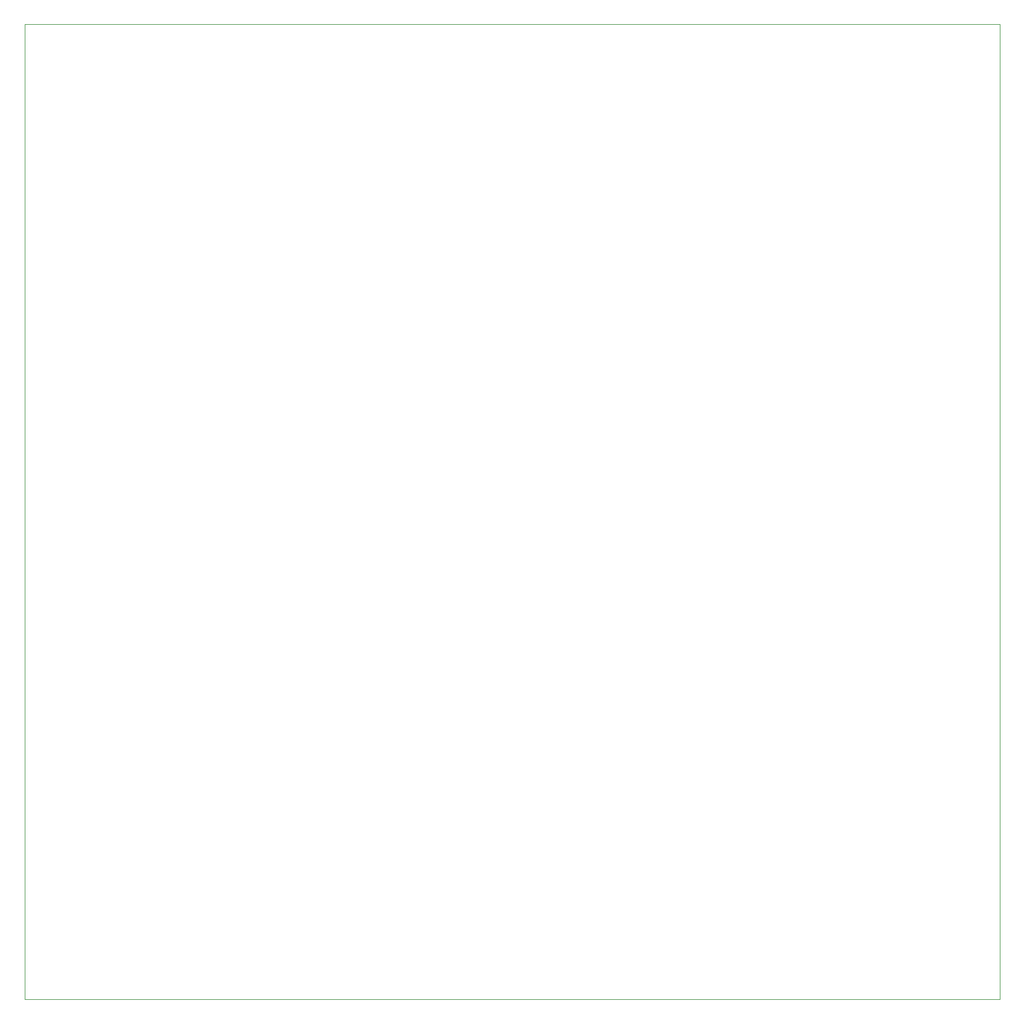
<source format=gm1>
G04 #@! TF.GenerationSoftware,KiCad,Pcbnew,(7.0.0-0)*
G04 #@! TF.CreationDate,2023-05-03T20:53:00-04:00*
G04 #@! TF.ProjectId,InteractiveLEDs,496e7465-7261-4637-9469-76654c454473,rev?*
G04 #@! TF.SameCoordinates,Original*
G04 #@! TF.FileFunction,Profile,NP*
%FSLAX46Y46*%
G04 Gerber Fmt 4.6, Leading zero omitted, Abs format (unit mm)*
G04 Created by KiCad (PCBNEW (7.0.0-0)) date 2023-05-03 20:53:00*
%MOMM*%
%LPD*%
G01*
G04 APERTURE LIST*
G04 #@! TA.AperFunction,Profile*
%ADD10C,0.100000*%
G04 #@! TD*
G04 APERTURE END LIST*
D10*
X77950000Y-23150000D02*
X217950000Y-23150000D01*
X217950000Y-23150000D02*
X217950000Y-163150000D01*
X217950000Y-163150000D02*
X77950000Y-163150000D01*
X77950000Y-163150000D02*
X77950000Y-23150000D01*
M02*

</source>
